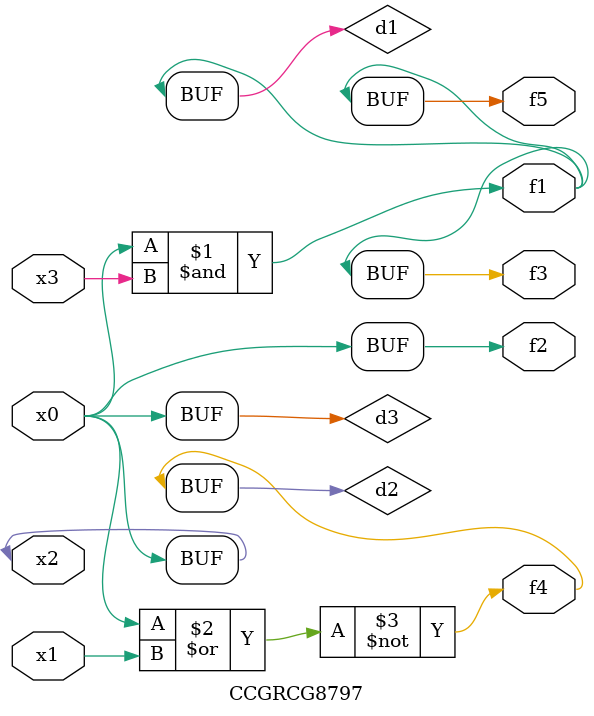
<source format=v>
module CCGRCG8797(
	input x0, x1, x2, x3,
	output f1, f2, f3, f4, f5
);

	wire d1, d2, d3;

	and (d1, x2, x3);
	nor (d2, x0, x1);
	buf (d3, x0, x2);
	assign f1 = d1;
	assign f2 = d3;
	assign f3 = d1;
	assign f4 = d2;
	assign f5 = d1;
endmodule

</source>
